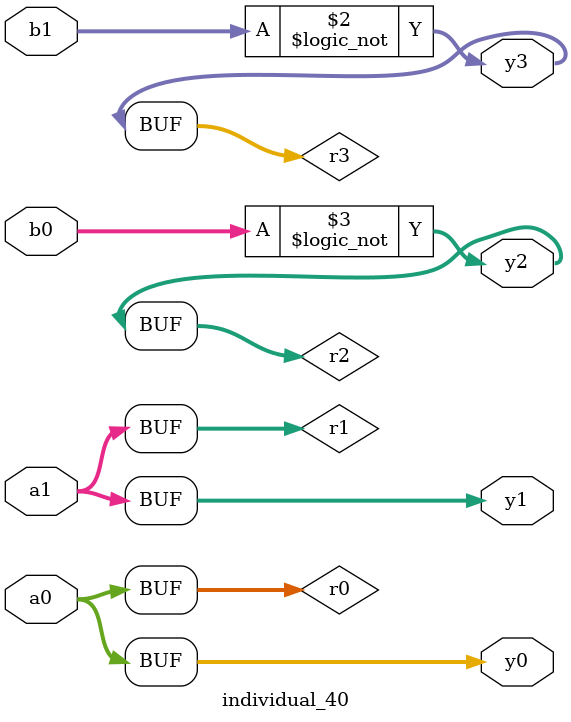
<source format=sv>
module individual_40(input logic [15:0] a1, input logic [15:0] a0, input logic [15:0] b1, input logic [15:0] b0, output logic [15:0] y3, output logic [15:0] y2, output logic [15:0] y1, output logic [15:0] y0);
logic [15:0] r0, r1, r2, r3; 
 always@(*) begin 
	 r0 = a0; r1 = a1; r2 = b0; r3 = b1; 
 	 r3 = ! b1 ;
 	 r2 = ! b0 ;
 	 y3 = r3; y2 = r2; y1 = r1; y0 = r0; 
end
endmodule
</source>
